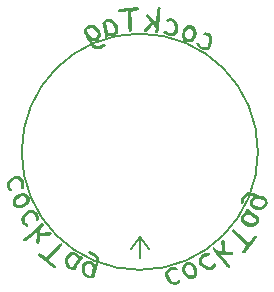
<source format=gbr>
%TF.GenerationSoftware,KiCad,Pcbnew,(6.0.11)*%
%TF.CreationDate,2023-02-20T14:16:24+01:00*%
%TF.ProjectId,cockTag,636f636b-5461-4672-9e6b-696361645f70,rev?*%
%TF.SameCoordinates,Original*%
%TF.FileFunction,Legend,Bot*%
%TF.FilePolarity,Positive*%
%FSLAX46Y46*%
G04 Gerber Fmt 4.6, Leading zero omitted, Abs format (unit mm)*
G04 Created by KiCad (PCBNEW (6.0.11)) date 2023-02-20 14:16:24*
%MOMM*%
%LPD*%
G01*
G04 APERTURE LIST*
%ADD10C,0.200000*%
G04 APERTURE END LIST*
%TO.C,G\u002A\u002A\u002A*%
G36*
X140780848Y-104365170D02*
G01*
X140625226Y-104535730D01*
X140435805Y-104664648D01*
X140262707Y-104732277D01*
X140010620Y-104773642D01*
X139781261Y-104748435D01*
X139602130Y-104656913D01*
X139503761Y-104536133D01*
X139438518Y-104337410D01*
X139736945Y-104337410D01*
X139793018Y-104457130D01*
X139914806Y-104510953D01*
X140097298Y-104498839D01*
X140323366Y-104421168D01*
X140360991Y-104402657D01*
X140518338Y-104279947D01*
X140599146Y-104131255D01*
X140597031Y-103977021D01*
X140505608Y-103837686D01*
X140426442Y-103784620D01*
X140254178Y-103757261D01*
X140057524Y-103820594D01*
X139846572Y-103972555D01*
X139796784Y-104032871D01*
X139739801Y-104181504D01*
X139736945Y-104337410D01*
X139438518Y-104337410D01*
X139437730Y-104335010D01*
X139447557Y-104116082D01*
X139536044Y-103910976D01*
X139735878Y-103687743D01*
X139974006Y-103539984D01*
X140230553Y-103480104D01*
X140489588Y-103514724D01*
X140588989Y-103562175D01*
X140746544Y-103699211D01*
X140860827Y-103875165D01*
X140904906Y-104055002D01*
X140890186Y-104131255D01*
X140880410Y-104181897D01*
X140780848Y-104365170D01*
G37*
G36*
X143580659Y-107729963D02*
G01*
X143623573Y-107775325D01*
X143659123Y-107854535D01*
X143642296Y-107886458D01*
X143565914Y-107984990D01*
X143438522Y-108133644D01*
X143271863Y-108318838D01*
X143077682Y-108526989D01*
X142496242Y-109139990D01*
X142797160Y-109380784D01*
X142950744Y-109510966D01*
X143061017Y-109630332D01*
X143096352Y-109719193D01*
X143064076Y-109788750D01*
X143042630Y-109805884D01*
X142965938Y-109818892D01*
X142855556Y-109775394D01*
X142699561Y-109669324D01*
X142486030Y-109494614D01*
X142407851Y-109428304D01*
X142204842Y-109261194D01*
X142012241Y-109108794D01*
X141863099Y-108997483D01*
X141718528Y-108888010D01*
X141614190Y-108779235D01*
X141589210Y-108690909D01*
X141636249Y-108610514D01*
X141677393Y-108576754D01*
X141745623Y-108569499D01*
X141854890Y-108619908D01*
X142000234Y-108710265D01*
X142147710Y-108815761D01*
X142293928Y-108930182D01*
X142898062Y-108297513D01*
X142909612Y-108285420D01*
X143130675Y-108056251D01*
X143294039Y-107893368D01*
X143410210Y-107788035D01*
X143489699Y-107731515D01*
X143543012Y-107715070D01*
X143580659Y-107729963D01*
G37*
G36*
X142113838Y-106133511D02*
G01*
X142119017Y-106156554D01*
X142083172Y-106251176D01*
X141959223Y-106375780D01*
X141872342Y-106455691D01*
X141793519Y-106570874D01*
X141771972Y-106701289D01*
X141771974Y-106869585D01*
X142090749Y-106838574D01*
X142241686Y-106822817D01*
X142407576Y-106802891D01*
X142511956Y-106787160D01*
X142606322Y-106784259D01*
X142701732Y-106832949D01*
X142735833Y-106917852D01*
X142700541Y-107008387D01*
X142587770Y-107073966D01*
X142490693Y-107090873D01*
X142318640Y-107106493D01*
X142122128Y-107114456D01*
X141783728Y-107119540D01*
X141747680Y-107408058D01*
X141730993Y-107529262D01*
X141705478Y-107679917D01*
X141684307Y-107767783D01*
X141646513Y-107807177D01*
X141548715Y-107823542D01*
X141535491Y-107821483D01*
X141491104Y-107805782D01*
X141464530Y-107764724D01*
X141452503Y-107679173D01*
X141451758Y-107529994D01*
X141459028Y-107298054D01*
X141477608Y-106788014D01*
X141357020Y-106894964D01*
X141187412Y-107043619D01*
X140901935Y-107282694D01*
X140682394Y-107448919D01*
X140526733Y-107543795D01*
X140432897Y-107568820D01*
X140421780Y-107566997D01*
X140324285Y-107519351D01*
X140317923Y-107436460D01*
X140404234Y-107331090D01*
X140421155Y-107316765D01*
X140521912Y-107230950D01*
X140676942Y-107098508D01*
X140868418Y-106934675D01*
X141078516Y-106754691D01*
X141139607Y-106702328D01*
X141348325Y-106523479D01*
X141534724Y-106363827D01*
X141680430Y-106239105D01*
X141767071Y-106165049D01*
X141781844Y-106152766D01*
X141926093Y-106067721D01*
X142042392Y-106060790D01*
X142113838Y-106133511D01*
G37*
G36*
X141191036Y-104928897D02*
G01*
X141412481Y-105059630D01*
X141431322Y-105076363D01*
X141539261Y-105213502D01*
X141614032Y-105378207D01*
X141652477Y-105547066D01*
X141651440Y-105696665D01*
X141607764Y-105803594D01*
X141518293Y-105844439D01*
X141484631Y-105840346D01*
X141424595Y-105786611D01*
X141388084Y-105653174D01*
X141386952Y-105646361D01*
X141328502Y-105416875D01*
X141239215Y-105270054D01*
X141108954Y-105189041D01*
X141079268Y-105180450D01*
X140907869Y-105186764D01*
X140737595Y-105269620D01*
X140589681Y-105409896D01*
X140485361Y-105588468D01*
X140445870Y-105786213D01*
X140447519Y-105831756D01*
X140486592Y-105949256D01*
X140598559Y-106038077D01*
X140701301Y-106119639D01*
X140752537Y-106225928D01*
X140717891Y-106320477D01*
X140648470Y-106352739D01*
X140533453Y-106317805D01*
X140374721Y-106199330D01*
X140340247Y-106167704D01*
X140201141Y-105982956D01*
X140160430Y-105784231D01*
X140215037Y-105559195D01*
X140340007Y-105318402D01*
X140525734Y-105093263D01*
X140736754Y-104950265D01*
X140962157Y-104893959D01*
X141191036Y-104928897D01*
G37*
G36*
X139861748Y-102032729D02*
G01*
X140003771Y-102073730D01*
X140126968Y-102128531D01*
X140311301Y-102284929D01*
X140414327Y-102501315D01*
X140433316Y-102773242D01*
X140423208Y-102869615D01*
X140381503Y-103043283D01*
X140313350Y-103125517D01*
X140215025Y-103122273D01*
X140213613Y-103121725D01*
X140164307Y-103082500D01*
X140149442Y-102999883D01*
X140163861Y-102846012D01*
X140177049Y-102691632D01*
X140156576Y-102573459D01*
X140090780Y-102466721D01*
X140089219Y-102464747D01*
X139985313Y-102360940D01*
X139884813Y-102299656D01*
X139810753Y-102292160D01*
X139653167Y-102334881D01*
X139483072Y-102431023D01*
X139327772Y-102560109D01*
X139214570Y-102701661D01*
X139170769Y-102835202D01*
X139171392Y-102845551D01*
X139210168Y-102952212D01*
X139290687Y-103073558D01*
X139306729Y-103093715D01*
X139372778Y-103204410D01*
X139387490Y-103284353D01*
X139343334Y-103333464D01*
X139250390Y-103330207D01*
X139138438Y-103264657D01*
X139032261Y-103146435D01*
X138954441Y-103005473D01*
X138915376Y-102806908D01*
X138971227Y-102611014D01*
X139123789Y-102403210D01*
X139188469Y-102338545D01*
X139377490Y-102189525D01*
X139563172Y-102089163D01*
X139606433Y-102072945D01*
X139747054Y-102031846D01*
X139861748Y-102032729D01*
G37*
G36*
X146476333Y-110170903D02*
G01*
X146417494Y-110360865D01*
X146381568Y-110483822D01*
X146319176Y-110621888D01*
X146207983Y-110695505D01*
X146151316Y-110709368D01*
X145885605Y-110718012D01*
X145644661Y-110628008D01*
X145431160Y-110440235D01*
X145365470Y-110348658D01*
X145271526Y-110105247D01*
X145268415Y-110001267D01*
X145548084Y-110001267D01*
X145562890Y-110155130D01*
X145636402Y-110312169D01*
X145785187Y-110426470D01*
X145867766Y-110465320D01*
X146000485Y-110486446D01*
X146090337Y-110420010D01*
X146152264Y-110259203D01*
X146188004Y-110087252D01*
X146203943Y-109825556D01*
X146159752Y-109630193D01*
X146057601Y-109507977D01*
X145899657Y-109465724D01*
X145782511Y-109496641D01*
X145660549Y-109609478D01*
X145577731Y-109784808D01*
X145548084Y-110001267D01*
X145268415Y-110001267D01*
X145263727Y-109844561D01*
X145340541Y-109590358D01*
X145500435Y-109366395D01*
X145557319Y-109313418D01*
X145693395Y-109232494D01*
X145859572Y-109210704D01*
X146080160Y-109236347D01*
X146233106Y-109321488D01*
X146334219Y-109476736D01*
X146399808Y-109632729D01*
X146461897Y-109373916D01*
X146473816Y-109320904D01*
X146495179Y-109102193D01*
X146446070Y-108943468D01*
X146316021Y-108826462D01*
X146094564Y-108732908D01*
X145947923Y-108679139D01*
X145835736Y-108614062D01*
X145801291Y-108547100D01*
X145809361Y-108494019D01*
X145877073Y-108433428D01*
X146017141Y-108435800D01*
X146233876Y-108500673D01*
X146352411Y-108551369D01*
X146579330Y-108700704D01*
X146721288Y-108883098D01*
X146770368Y-109089853D01*
X146762977Y-109163893D01*
X146728173Y-109334825D01*
X146671331Y-109552450D01*
X146599676Y-109787245D01*
X146587210Y-109825556D01*
X146548763Y-109943710D01*
X146476333Y-110170903D01*
G37*
G36*
X145244831Y-109187129D02*
G01*
X145132521Y-109308595D01*
X144992731Y-109500480D01*
X144876711Y-109700731D01*
X144839688Y-109775332D01*
X144763520Y-109915408D01*
X144700976Y-109990613D01*
X144630851Y-110020989D01*
X144531940Y-110026578D01*
X144479352Y-110024180D01*
X144258167Y-109958809D01*
X144075206Y-109818827D01*
X143941041Y-109624079D01*
X143866244Y-109394414D01*
X143863611Y-109261769D01*
X144146764Y-109261769D01*
X144168090Y-109467568D01*
X144286755Y-109656989D01*
X144375407Y-109736609D01*
X144445824Y-109769443D01*
X144453995Y-109766497D01*
X144513762Y-109707612D01*
X144603911Y-109592178D01*
X144707314Y-109445282D01*
X144806839Y-109292005D01*
X144885360Y-109157432D01*
X144925745Y-109066648D01*
X144927161Y-109043961D01*
X144884738Y-108945164D01*
X144790214Y-108835096D01*
X144669937Y-108746709D01*
X144607307Y-108726649D01*
X144470148Y-108753663D01*
X144334232Y-108860587D01*
X144218726Y-109035167D01*
X144146764Y-109261769D01*
X143863611Y-109261769D01*
X143861386Y-109149679D01*
X143937039Y-108909719D01*
X143955528Y-108876729D01*
X144073024Y-108724054D01*
X144223308Y-108585348D01*
X144377069Y-108484562D01*
X144504996Y-108445644D01*
X144661269Y-108473388D01*
X144861220Y-108573601D01*
X145026317Y-108725147D01*
X145115929Y-108807021D01*
X145261939Y-108853676D01*
X145376079Y-108873224D01*
X145420344Y-108938537D01*
X145376877Y-109043961D01*
X145376508Y-109044857D01*
X145244831Y-109187129D01*
G37*
G36*
X150071609Y-87751278D02*
G01*
X150151729Y-87796070D01*
X150175315Y-87886180D01*
X150170094Y-87939145D01*
X150126978Y-87992521D01*
X150014070Y-88034140D01*
X149847404Y-88073022D01*
X149668526Y-88102706D01*
X149484226Y-88125190D01*
X149504404Y-88999742D01*
X149504788Y-89016460D01*
X149510519Y-89334822D01*
X149510179Y-89565513D01*
X149502516Y-89722140D01*
X149486274Y-89818313D01*
X149460205Y-89867639D01*
X149423053Y-89883729D01*
X149360633Y-89881998D01*
X149279485Y-89851126D01*
X149268811Y-89816654D01*
X149253148Y-89692971D01*
X149238114Y-89497777D01*
X149225007Y-89248980D01*
X149215129Y-88964488D01*
X149192812Y-88119891D01*
X148809764Y-88162405D01*
X148609111Y-88178952D01*
X148446732Y-88172523D01*
X148358912Y-88134674D01*
X148332550Y-88062667D01*
X148335599Y-88035387D01*
X148380631Y-87971960D01*
X148489440Y-87924666D01*
X148674748Y-87889363D01*
X148949276Y-87861913D01*
X149051445Y-87853520D01*
X149313159Y-87828136D01*
X149557111Y-87799709D01*
X149741280Y-87772959D01*
X149920916Y-87748141D01*
X150071609Y-87751278D01*
G37*
G36*
X153048054Y-88729369D02*
G01*
X153217361Y-88841102D01*
X153337872Y-89038840D01*
X153419771Y-89297473D01*
X153447640Y-89587999D01*
X153399541Y-89838328D01*
X153279971Y-90037526D01*
X153093425Y-90174663D01*
X152844397Y-90238806D01*
X152819243Y-90240297D01*
X152645946Y-90219649D01*
X152476611Y-90156056D01*
X152330025Y-90063840D01*
X152224976Y-89957324D01*
X152180249Y-89850830D01*
X152214633Y-89758683D01*
X152241330Y-89737774D01*
X152321778Y-89733319D01*
X152441949Y-89801856D01*
X152447567Y-89805873D01*
X152651169Y-89926814D01*
X152818122Y-89967496D01*
X152967516Y-89932673D01*
X152994582Y-89917756D01*
X153111314Y-89792094D01*
X153173128Y-89613104D01*
X153178529Y-89409323D01*
X153126025Y-89209288D01*
X153014123Y-89041537D01*
X152980753Y-89010499D01*
X152870039Y-88955043D01*
X152728060Y-88971410D01*
X152597738Y-88986386D01*
X152486351Y-88947458D01*
X152443993Y-88856103D01*
X152470268Y-88784203D01*
X152576300Y-88727575D01*
X152772315Y-88699109D01*
X152819054Y-88697096D01*
X153048054Y-88729369D01*
G37*
G36*
X155880300Y-89908570D02*
G01*
X156035002Y-89953218D01*
X156203032Y-90066001D01*
X156302057Y-90244012D01*
X156341119Y-90498829D01*
X156341109Y-90590290D01*
X156312824Y-90829321D01*
X156252493Y-91031585D01*
X156233371Y-91073643D01*
X156162998Y-91202138D01*
X156081273Y-91282615D01*
X155951856Y-91354048D01*
X155825992Y-91402411D01*
X155585059Y-91422164D01*
X155359200Y-91342007D01*
X155153492Y-91163152D01*
X155092493Y-91087859D01*
X154999181Y-90935567D01*
X154989225Y-90829228D01*
X155061045Y-90761995D01*
X155062431Y-90761384D01*
X155125031Y-90754256D01*
X155193962Y-90802164D01*
X155292569Y-90921163D01*
X155392407Y-91039651D01*
X155490444Y-91108736D01*
X155612444Y-91137686D01*
X155614944Y-91137978D01*
X155761819Y-91137908D01*
X155876218Y-91110178D01*
X155933887Y-91063110D01*
X156015108Y-90921472D01*
X156067401Y-90733214D01*
X156085937Y-90532123D01*
X156065891Y-90351984D01*
X156002435Y-90226585D01*
X155994677Y-90219707D01*
X155891837Y-90171705D01*
X155749097Y-90142836D01*
X155723500Y-90139926D01*
X155598524Y-90108357D01*
X155531592Y-90062232D01*
X155528089Y-89996282D01*
X155596113Y-89932864D01*
X155721626Y-89900052D01*
X155880300Y-89908570D01*
G37*
G36*
X147215934Y-90030104D02*
G01*
X147209460Y-89864800D01*
X147172623Y-89630270D01*
X147113063Y-89406633D01*
X147086491Y-89327703D01*
X147041301Y-89174795D01*
X147038574Y-89145123D01*
X147364841Y-89145123D01*
X147382720Y-89290493D01*
X147413474Y-89467481D01*
X147451483Y-89646239D01*
X147491117Y-89796919D01*
X147526755Y-89889669D01*
X147541796Y-89906713D01*
X147641653Y-89946575D01*
X147786322Y-89957566D01*
X147933869Y-89935017D01*
X147992340Y-89904915D01*
X148070224Y-89788827D01*
X148090725Y-89617114D01*
X148048953Y-89411992D01*
X147939606Y-89200875D01*
X147779004Y-89070433D01*
X147561155Y-89020401D01*
X147442168Y-89026788D01*
X147369159Y-89053363D01*
X147365464Y-89061224D01*
X147364841Y-89145123D01*
X147038574Y-89145123D01*
X147032348Y-89077392D01*
X147060455Y-89006327D01*
X147126444Y-88932434D01*
X147165325Y-88896944D01*
X147367951Y-88786767D01*
X147596306Y-88756377D01*
X147828882Y-88799215D01*
X148044170Y-88908723D01*
X148220658Y-89078342D01*
X148336841Y-89301514D01*
X148347095Y-89337915D01*
X148371970Y-89528955D01*
X148363783Y-89733302D01*
X148326324Y-89913294D01*
X148263385Y-90031271D01*
X148133266Y-90122155D01*
X147921018Y-90192680D01*
X147697117Y-90202262D01*
X147575858Y-90207734D01*
X147439624Y-90277988D01*
X147345092Y-90344875D01*
X147267609Y-90329992D01*
X147223798Y-90224710D01*
X147223426Y-90223815D01*
X147215934Y-90030104D01*
G37*
G36*
X145649497Y-90205274D02*
G01*
X145556779Y-90029346D01*
X145495239Y-89916998D01*
X145441729Y-89775253D01*
X145445605Y-89756189D01*
X145746292Y-89756189D01*
X145816211Y-89913686D01*
X145912527Y-90060545D01*
X146086303Y-90256863D01*
X146255694Y-90363758D01*
X146414345Y-90377946D01*
X146555906Y-90296140D01*
X146616879Y-90191443D01*
X146623331Y-90025415D01*
X146557915Y-89842877D01*
X146425819Y-89668854D01*
X146306552Y-89570526D01*
X146143528Y-89511463D01*
X145957498Y-89535847D01*
X145871635Y-89566768D01*
X145762850Y-89645676D01*
X145746292Y-89756189D01*
X145445605Y-89756189D01*
X145468300Y-89644573D01*
X145498567Y-89594700D01*
X145680341Y-89400702D01*
X145914356Y-89293971D01*
X146198100Y-89275779D01*
X146309304Y-89294084D01*
X146547850Y-89399773D01*
X146737698Y-89578591D01*
X146863131Y-89812656D01*
X146908434Y-90084083D01*
X146905672Y-90161767D01*
X146866673Y-90315209D01*
X146764576Y-90448122D01*
X146590465Y-90585969D01*
X146422112Y-90633914D01*
X146240837Y-90595635D01*
X146084155Y-90531710D01*
X146223260Y-90758622D01*
X146252317Y-90804535D01*
X146391863Y-90974293D01*
X146538824Y-91051803D01*
X146713518Y-91042580D01*
X146936265Y-90952139D01*
X147077976Y-90886469D01*
X147203321Y-90853157D01*
X147275026Y-90876150D01*
X147306854Y-90919390D01*
X147301818Y-91010114D01*
X147201098Y-91107480D01*
X147001971Y-91214862D01*
X146882307Y-91262832D01*
X146616255Y-91317692D01*
X146386904Y-91289099D01*
X146206001Y-91177606D01*
X146158873Y-91120026D01*
X146062616Y-90974549D01*
X145948925Y-90780471D01*
X145833568Y-90563778D01*
X145815293Y-90527874D01*
X145758931Y-90417140D01*
X145649497Y-90205274D01*
G37*
G36*
X151937694Y-87784164D02*
G01*
X151951171Y-87919703D01*
X151949335Y-87941797D01*
X151938769Y-88073724D01*
X151922797Y-88276997D01*
X151903251Y-88528238D01*
X151881957Y-88804068D01*
X151875785Y-88884292D01*
X151854665Y-89158343D01*
X151835752Y-89403038D01*
X151820914Y-89594260D01*
X151812015Y-89707890D01*
X151810254Y-89727021D01*
X151768391Y-89889157D01*
X151691056Y-89976293D01*
X151589114Y-89975392D01*
X151569158Y-89962760D01*
X151527597Y-89870506D01*
X151527134Y-89694753D01*
X151532062Y-89576813D01*
X151506352Y-89439630D01*
X151429370Y-89332176D01*
X151310366Y-89213175D01*
X151106886Y-89460511D01*
X151011299Y-89578381D01*
X150908087Y-89709773D01*
X150845403Y-89794704D01*
X150780727Y-89863482D01*
X150678833Y-89896518D01*
X150594685Y-89860596D01*
X150555622Y-89771623D01*
X150588992Y-89645510D01*
X150645680Y-89564911D01*
X150756295Y-89432207D01*
X150889620Y-89287621D01*
X151125310Y-89044741D01*
X150946786Y-88815238D01*
X150872882Y-88717735D01*
X150784394Y-88593164D01*
X150737234Y-88516063D01*
X150736102Y-88461483D01*
X150793684Y-88380757D01*
X150804491Y-88372862D01*
X150846980Y-88352578D01*
X150894803Y-88362820D01*
X150963801Y-88414809D01*
X151069813Y-88519768D01*
X151228679Y-88688915D01*
X151576193Y-89062706D01*
X151585837Y-88901812D01*
X151600653Y-88676766D01*
X151633464Y-88305852D01*
X151671164Y-88033074D01*
X151714146Y-87855918D01*
X151762802Y-87771870D01*
X151771952Y-87765299D01*
X151874582Y-87730050D01*
X151937694Y-87784164D01*
G37*
G36*
X153782086Y-90283232D02*
G01*
X153776345Y-90157871D01*
X154027971Y-90157871D01*
X154075972Y-90320152D01*
X154186528Y-90427716D01*
X154349698Y-90461595D01*
X154443200Y-90443139D01*
X154584355Y-90340676D01*
X154678627Y-90156838D01*
X154720340Y-89900219D01*
X154712896Y-89822364D01*
X154648089Y-89676972D01*
X154539867Y-89564710D01*
X154415562Y-89519705D01*
X154291387Y-89567763D01*
X154170911Y-89705370D01*
X154065979Y-89920146D01*
X154052463Y-89959840D01*
X154027971Y-90157871D01*
X153776345Y-90157871D01*
X153771524Y-90052586D01*
X153814306Y-89827486D01*
X153888884Y-89657267D01*
X154037887Y-89449765D01*
X154217892Y-89305408D01*
X154409273Y-89243459D01*
X154564234Y-89259306D01*
X154753141Y-89354830D01*
X154900997Y-89516584D01*
X154983459Y-89724186D01*
X155000005Y-90023339D01*
X154936105Y-90296203D01*
X154797040Y-90519950D01*
X154589395Y-90678636D01*
X154485554Y-90715370D01*
X154277247Y-90729879D01*
X154072019Y-90686271D01*
X153913686Y-90590276D01*
X153870176Y-90525948D01*
X153841279Y-90483226D01*
X153782086Y-90283232D01*
G37*
G36*
X160470903Y-103723668D02*
G01*
X160660865Y-103782507D01*
X160783822Y-103818433D01*
X160921888Y-103880825D01*
X160995505Y-103992018D01*
X161009368Y-104048685D01*
X161018012Y-104314396D01*
X160928008Y-104555340D01*
X160740235Y-104768841D01*
X160648658Y-104834531D01*
X160405247Y-104928475D01*
X160144561Y-104936274D01*
X159890358Y-104859460D01*
X159666395Y-104699566D01*
X159613418Y-104642682D01*
X159532494Y-104506606D01*
X159510704Y-104340429D01*
X159515364Y-104300344D01*
X159765724Y-104300344D01*
X159796641Y-104417490D01*
X159909478Y-104539452D01*
X160084808Y-104622270D01*
X160301267Y-104651917D01*
X160455130Y-104637111D01*
X160612169Y-104563599D01*
X160726470Y-104414814D01*
X160765320Y-104332235D01*
X160786446Y-104199516D01*
X160720010Y-104109664D01*
X160559203Y-104047737D01*
X160387252Y-104011997D01*
X160125556Y-103996058D01*
X159930193Y-104040249D01*
X159807977Y-104142400D01*
X159765724Y-104300344D01*
X159515364Y-104300344D01*
X159536347Y-104119841D01*
X159621488Y-103966895D01*
X159776736Y-103865782D01*
X159932729Y-103800193D01*
X159673916Y-103738104D01*
X159620904Y-103726185D01*
X159402193Y-103704822D01*
X159243468Y-103753931D01*
X159126462Y-103883980D01*
X159032908Y-104105437D01*
X158979139Y-104252078D01*
X158914062Y-104364265D01*
X158847100Y-104398710D01*
X158794019Y-104390640D01*
X158733428Y-104322928D01*
X158735800Y-104182860D01*
X158800673Y-103966125D01*
X158851369Y-103847590D01*
X159000704Y-103620671D01*
X159183098Y-103478713D01*
X159389853Y-103429633D01*
X159463893Y-103437024D01*
X159634825Y-103471828D01*
X159852450Y-103528670D01*
X160087245Y-103600325D01*
X160125556Y-103612791D01*
X160243710Y-103651238D01*
X160470903Y-103723668D01*
G37*
G36*
X153169615Y-109776793D02*
G01*
X153343283Y-109818498D01*
X153425517Y-109886651D01*
X153422273Y-109984976D01*
X153421725Y-109986388D01*
X153382500Y-110035694D01*
X153299883Y-110050559D01*
X153146012Y-110036140D01*
X152991632Y-110022952D01*
X152873459Y-110043425D01*
X152766721Y-110109221D01*
X152764747Y-110110782D01*
X152660940Y-110214688D01*
X152599656Y-110315188D01*
X152592160Y-110389248D01*
X152634881Y-110546834D01*
X152731023Y-110716929D01*
X152860109Y-110872229D01*
X153001661Y-110985431D01*
X153135202Y-111029232D01*
X153145551Y-111028609D01*
X153252212Y-110989833D01*
X153373558Y-110909314D01*
X153393715Y-110893272D01*
X153504410Y-110827223D01*
X153584353Y-110812511D01*
X153633464Y-110856667D01*
X153630207Y-110949611D01*
X153564657Y-111061563D01*
X153446435Y-111167740D01*
X153305473Y-111245560D01*
X153106908Y-111284625D01*
X152911014Y-111228774D01*
X152703210Y-111076212D01*
X152638545Y-111011532D01*
X152489525Y-110822511D01*
X152389163Y-110636829D01*
X152372945Y-110593568D01*
X152331846Y-110452947D01*
X152332729Y-110338253D01*
X152373730Y-110196230D01*
X152428531Y-110073033D01*
X152584929Y-109888700D01*
X152801315Y-109785674D01*
X153073242Y-109766685D01*
X153169615Y-109776793D01*
G37*
G36*
X159487129Y-104955170D02*
G01*
X159608595Y-105067480D01*
X159800480Y-105207270D01*
X160000731Y-105323290D01*
X160075332Y-105360313D01*
X160215408Y-105436481D01*
X160290613Y-105499025D01*
X160320989Y-105569150D01*
X160326578Y-105668061D01*
X160324180Y-105720649D01*
X160258809Y-105941834D01*
X160118827Y-106124795D01*
X159924079Y-106258960D01*
X159694414Y-106333757D01*
X159449679Y-106338615D01*
X159209719Y-106262962D01*
X159176729Y-106244473D01*
X159024054Y-106126977D01*
X158885348Y-105976693D01*
X158784562Y-105822932D01*
X158745644Y-105695005D01*
X158763808Y-105592694D01*
X159026649Y-105592694D01*
X159053663Y-105729853D01*
X159160587Y-105865769D01*
X159335167Y-105981275D01*
X159561769Y-106053237D01*
X159767568Y-106031911D01*
X159956989Y-105913246D01*
X160036609Y-105824594D01*
X160069443Y-105754177D01*
X160066497Y-105746006D01*
X160007612Y-105686239D01*
X159892178Y-105596090D01*
X159745282Y-105492687D01*
X159592005Y-105393162D01*
X159457432Y-105314641D01*
X159366648Y-105274256D01*
X159343961Y-105272840D01*
X159245164Y-105315263D01*
X159135096Y-105409787D01*
X159046709Y-105530064D01*
X159026649Y-105592694D01*
X158763808Y-105592694D01*
X158773388Y-105538732D01*
X158873601Y-105338781D01*
X159025147Y-105173684D01*
X159107021Y-105084072D01*
X159153676Y-104938062D01*
X159173224Y-104823922D01*
X159238537Y-104779657D01*
X159343961Y-104823124D01*
X159344857Y-104823493D01*
X159487129Y-104955170D01*
G37*
G36*
X157308387Y-107499460D02*
G01*
X157373966Y-107612231D01*
X157390873Y-107709308D01*
X157406493Y-107881361D01*
X157414456Y-108077873D01*
X157419540Y-108416273D01*
X157708058Y-108452321D01*
X157829262Y-108469008D01*
X157979917Y-108494523D01*
X158067783Y-108515694D01*
X158107177Y-108553488D01*
X158123542Y-108651286D01*
X158121483Y-108664510D01*
X158105782Y-108708897D01*
X158064724Y-108735471D01*
X157979173Y-108747498D01*
X157829994Y-108748243D01*
X157598054Y-108740973D01*
X157088014Y-108722393D01*
X157194964Y-108842981D01*
X157343619Y-109012589D01*
X157582694Y-109298066D01*
X157748919Y-109517607D01*
X157843795Y-109673268D01*
X157868820Y-109767104D01*
X157866997Y-109778221D01*
X157819351Y-109875716D01*
X157736460Y-109882078D01*
X157631090Y-109795767D01*
X157616765Y-109778846D01*
X157530950Y-109678089D01*
X157398508Y-109523059D01*
X157234675Y-109331583D01*
X157054691Y-109121485D01*
X157002328Y-109060394D01*
X156823479Y-108851676D01*
X156663827Y-108665277D01*
X156539105Y-108519571D01*
X156465049Y-108432930D01*
X156452766Y-108418157D01*
X156367721Y-108273908D01*
X156360790Y-108157609D01*
X156433511Y-108086163D01*
X156456554Y-108080984D01*
X156551176Y-108116829D01*
X156675780Y-108240778D01*
X156755691Y-108327659D01*
X156870874Y-108406482D01*
X157001289Y-108428029D01*
X157169585Y-108428027D01*
X157138574Y-108109252D01*
X157122817Y-107958315D01*
X157102891Y-107792425D01*
X157087160Y-107688045D01*
X157084259Y-107593679D01*
X157132949Y-107498269D01*
X157217852Y-107464168D01*
X157308387Y-107499460D01*
G37*
G36*
X154665170Y-109419153D02*
G01*
X154835730Y-109574775D01*
X154964648Y-109764196D01*
X155032277Y-109937294D01*
X155073642Y-110189381D01*
X155048435Y-110418740D01*
X154956913Y-110597871D01*
X154836133Y-110696240D01*
X154635010Y-110762271D01*
X154416082Y-110752444D01*
X154210976Y-110663957D01*
X153987743Y-110464123D01*
X153839984Y-110225995D01*
X153780104Y-109969448D01*
X153783261Y-109945823D01*
X154057261Y-109945823D01*
X154120594Y-110142477D01*
X154272555Y-110353429D01*
X154332871Y-110403217D01*
X154481504Y-110460200D01*
X154637410Y-110463056D01*
X154757130Y-110406983D01*
X154810953Y-110285195D01*
X154798839Y-110102703D01*
X154721168Y-109876635D01*
X154702657Y-109839010D01*
X154579947Y-109681663D01*
X154431255Y-109600855D01*
X154277021Y-109602970D01*
X154137686Y-109694393D01*
X154084620Y-109773559D01*
X154057261Y-109945823D01*
X153783261Y-109945823D01*
X153814724Y-109710413D01*
X153862175Y-109611012D01*
X153999211Y-109453457D01*
X154175165Y-109339174D01*
X154355002Y-109295095D01*
X154431255Y-109309815D01*
X154481897Y-109319591D01*
X154665170Y-109419153D01*
G37*
G36*
X155996665Y-108548561D02*
G01*
X156103594Y-108592237D01*
X156144439Y-108681708D01*
X156140346Y-108715370D01*
X156086611Y-108775406D01*
X155953174Y-108811917D01*
X155946361Y-108813049D01*
X155716875Y-108871499D01*
X155570054Y-108960786D01*
X155489041Y-109091047D01*
X155480450Y-109120733D01*
X155486764Y-109292132D01*
X155569620Y-109462406D01*
X155709896Y-109610320D01*
X155888468Y-109714640D01*
X156086213Y-109754131D01*
X156131756Y-109752482D01*
X156249256Y-109713409D01*
X156338077Y-109601442D01*
X156419639Y-109498700D01*
X156525928Y-109447464D01*
X156620477Y-109482110D01*
X156652739Y-109551531D01*
X156617805Y-109666548D01*
X156499330Y-109825280D01*
X156467704Y-109859754D01*
X156282956Y-109998860D01*
X156084231Y-110039571D01*
X155859195Y-109984964D01*
X155618402Y-109859994D01*
X155393263Y-109674267D01*
X155250265Y-109463247D01*
X155193959Y-109237844D01*
X155228897Y-109008965D01*
X155359630Y-108787520D01*
X155376363Y-108768679D01*
X155513502Y-108660740D01*
X155678207Y-108585969D01*
X155847066Y-108547524D01*
X155996665Y-108548561D01*
G37*
G36*
X158186458Y-106557705D02*
G01*
X158284990Y-106634087D01*
X158433644Y-106761479D01*
X158618838Y-106928138D01*
X158826989Y-107122319D01*
X159439990Y-107703759D01*
X159680784Y-107402841D01*
X159810966Y-107249257D01*
X159930332Y-107138984D01*
X160019193Y-107103649D01*
X160088750Y-107135925D01*
X160105884Y-107157371D01*
X160118892Y-107234063D01*
X160075394Y-107344445D01*
X159969324Y-107500440D01*
X159794614Y-107713971D01*
X159728304Y-107792150D01*
X159561194Y-107995159D01*
X159408794Y-108187760D01*
X159297483Y-108336902D01*
X159188010Y-108481473D01*
X159079235Y-108585811D01*
X158990909Y-108610791D01*
X158910514Y-108563752D01*
X158876754Y-108522608D01*
X158869499Y-108454378D01*
X158919908Y-108345111D01*
X159010265Y-108199767D01*
X159115761Y-108052291D01*
X159230182Y-107906073D01*
X158597513Y-107301939D01*
X158585420Y-107290389D01*
X158356251Y-107069326D01*
X158193368Y-106905962D01*
X158088035Y-106789791D01*
X158031515Y-106710302D01*
X158015070Y-106656989D01*
X158029963Y-106619342D01*
X158075325Y-106576428D01*
X158154535Y-106540878D01*
X158186458Y-106557705D01*
G37*
D10*
%TO.C,BT1*%
X150200000Y-109000000D02*
X150200000Y-107250000D01*
X150200000Y-107250000D02*
X149450000Y-108250000D01*
X150950000Y-108250000D02*
X150200000Y-107250000D01*
X160200000Y-100000000D02*
G75*
G03*
X160200000Y-100000000I-10000000J0D01*
G01*
%TD*%
M02*

</source>
